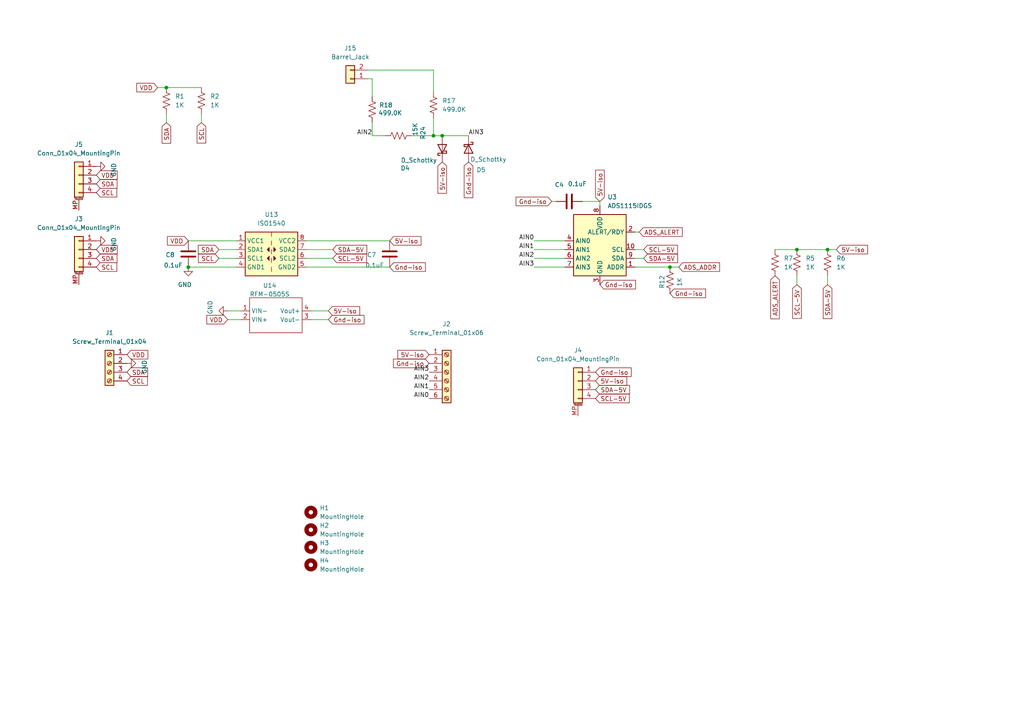
<source format=kicad_sch>
(kicad_sch (version 20250114) (generator "eeschema") (generator_version "9.0")
  (paper "A4")
  (lib_symbols
    (symbol "Analog_ADC:ADS1115IDGS"
      (property "Reference" "U" (at 2.54 13.97 0))
      (property "Value" "ADS1115IDGS" (at 7.62 11.43 0))
      (symbol "ADS1115IDGS_0_1"
        (rectangle (start -7.62 10.16) (end 7.62 -7.62) (stroke (width 0.254)) (fill (type background)))
      )
      (symbol "ADS1115IDGS_1_1"
        (pin input line (at -10.16 2.54 0) (length 2.54) (name "AIN0") (number "4"))
        (pin input line (at -10.16 0 0) (length 2.54) (name "AIN1") (number "5"))
        (pin input line (at -10.16 -2.54 0) (length 2.54) (name "AIN2") (number "6"))
        (pin input line (at -10.16 -5.08 0) (length 2.54) (name "AIN3") (number "7"))
        (pin power_in line (at 0 12.7 270) (length 2.54) (name "VDD") (number "8"))
        (pin power_in line (at 0 -10.16 90) (length 2.54) (name "GND") (number "3"))
        (pin output line (at 10.16 5.08 180) (length 2.54) (name "ALERT/RDY") (number "2"))
        (pin input line (at 10.16 0 180) (length 2.54) (name "SCL") (number "10"))
        (pin bidirectional line (at 10.16 -2.54 180) (length 2.54) (name "SDA") (number "9"))
        (pin input line (at 10.16 -5.08 180) (length 2.54) (name "ADDR") (number "1"))
      )
    )
    (symbol "Connector:Screw_Terminal_01x04" (pin_names (offset 1.016) (hide yes))
      (property "Reference" "J" (at 0 5.08 0))
      (property "Value" "Screw_Terminal_01x04" (at 0 -7.62 0))
      (symbol "Screw_Terminal_01x04_1_1"
        (rectangle (start -1.27 3.81) (end 1.27 -6.35) (stroke (width 0.254)) (fill (type background)))
        (polyline (pts (xy -0.5334 2.8702) (xy 0.3302 2.032)) (stroke (width 0.1524)))
        (polyline (pts (xy -0.5334 0.3302) (xy 0.3302 -0.508)) (stroke (width 0.1524)))
        (polyline (pts (xy -0.5334 -2.2098) (xy 0.3302 -3.048)) (stroke (width 0.1524)))
        (polyline (pts (xy -0.5334 -4.7498) (xy 0.3302 -5.588)) (stroke (width 0.1524)))
        (polyline (pts (xy -0.3556 3.048) (xy 0.508 2.2098)) (stroke (width 0.1524)))
        (polyline (pts (xy -0.3556 0.508) (xy 0.508 -0.3302)) (stroke (width 0.1524)))
        (polyline (pts (xy -0.3556 -2.032) (xy 0.508 -2.8702)) (stroke (width 0.1524)))
        (polyline (pts (xy -0.3556 -4.572) (xy 0.508 -5.4102)) (stroke (width 0.1524)))
        (circle (center 0 2.54) (radius 0.635) (stroke (width 0.1524)))
        (circle (center 0 0) (radius 0.635) (stroke (width 0.1524)))
        (circle (center 0 -2.54) (radius 0.635) (stroke (width 0.1524)))
        (circle (center 0 -5.08) (radius 0.635) (stroke (width 0.1524)))
        (pin passive line (at -5.08 2.54 0) (length 3.81) (name "Pin_1") (number "1"))
        (pin passive line (at -5.08 0 0) (length 3.81) (name "Pin_2") (number "2"))
        (pin passive line (at -5.08 -2.54 0) (length 3.81) (name "Pin_3") (number "3"))
        (pin passive line (at -5.08 -5.08 0) (length 3.81) (name "Pin_4") (number "4"))
      )
    )
    (symbol "Connector:Screw_Terminal_01x06" (pin_names (offset 1.016) (hide yes))
      (property "Reference" "J" (at 0 7.62 0))
      (property "Value" "Screw_Terminal_01x06" (at 0 -10.16 0))
      (symbol "Screw_Terminal_01x06_1_1"
        (rectangle (start -1.27 6.35) (end 1.27 -8.89) (stroke (width 0.254)) (fill (type background)))
        (polyline (pts (xy -0.5334 5.4102) (xy 0.3302 4.572)) (stroke (width 0.1524)))
        (polyline (pts (xy -0.5334 2.8702) (xy 0.3302 2.032)) (stroke (width 0.1524)))
        (polyline (pts (xy -0.5334 0.3302) (xy 0.3302 -0.508)) (stroke (width 0.1524)))
        (polyline (pts (xy -0.5334 -2.2098) (xy 0.3302 -3.048)) (stroke (width 0.1524)))
        (polyline (pts (xy -0.5334 -4.7498) (xy 0.3302 -5.588)) (stroke (width 0.1524)))
        (polyline (pts (xy -0.5334 -7.2898) (xy 0.3302 -8.128)) (stroke (width 0.1524)))
        (polyline (pts (xy -0.3556 5.588) (xy 0.508 4.7498)) (stroke (width 0.1524)))
        (polyline (pts (xy -0.3556 3.048) (xy 0.508 2.2098)) (stroke (width 0.1524)))
        (polyline (pts (xy -0.3556 0.508) (xy 0.508 -0.3302)) (stroke (width 0.1524)))
        (polyline (pts (xy -0.3556 -2.032) (xy 0.508 -2.8702)) (stroke (width 0.1524)))
        (polyline (pts (xy -0.3556 -4.572) (xy 0.508 -5.4102)) (stroke (width 0.1524)))
        (polyline (pts (xy -0.3556 -7.112) (xy 0.508 -7.9502)) (stroke (width 0.1524)))
        (circle (center 0 5.08) (radius 0.635) (stroke (width 0.1524)))
        (circle (center 0 2.54) (radius 0.635) (stroke (width 0.1524)))
        (circle (center 0 0) (radius 0.635) (stroke (width 0.1524)))
        (circle (center 0 -2.54) (radius 0.635) (stroke (width 0.1524)))
        (circle (center 0 -5.08) (radius 0.635) (stroke (width 0.1524)))
        (circle (center 0 -7.62) (radius 0.635) (stroke (width 0.1524)))
        (pin passive line (at -5.08 5.08 0) (length 3.81) (name "Pin_1") (number "1"))
        (pin passive line (at -5.08 2.54 0) (length 3.81) (name "Pin_2") (number "2"))
        (pin passive line (at -5.08 0 0) (length 3.81) (name "Pin_3") (number "3"))
        (pin passive line (at -5.08 -2.54 0) (length 3.81) (name "Pin_4") (number "4"))
        (pin passive line (at -5.08 -5.08 0) (length 3.81) (name "Pin_5") (number "5"))
        (pin passive line (at -5.08 -7.62 0) (length 3.81) (name "Pin_6") (number "6"))
      )
    )
    (symbol "Connector_Generic:Conn_01x02" (pin_names (offset 1.016) (hide yes))
      (property "Reference" "J" (at 0 2.54 0))
      (property "Value" "Conn_01x02" (at 0 -5.08 0))
      (symbol "Conn_01x02_1_1"
        (rectangle (start -1.27 1.27) (end 1.27 -3.81) (stroke (width 0.254)) (fill (type background)))
        (rectangle (start -1.27 0.127) (end 0 -0.127) (stroke (width 0.1524)))
        (rectangle (start -1.27 -2.413) (end 0 -2.667) (stroke (width 0.1524)))
        (pin passive line (at -5.08 0 0) (length 3.81) (name "Pin_1") (number "1"))
        (pin passive line (at -5.08 -2.54 0) (length 3.81) (name "Pin_2") (number "2"))
      )
    )
    (symbol "Connector_Generic_MountingPin:Conn_01x04_MountingPin" (pin_names (offset 1.016) (hide yes))
      (property "Reference" "J" (at 0 5.08 0))
      (property "Value" "Conn_01x04_MountingPin" (at 1.27 -7.62 0))
      (symbol "Conn_01x04_MountingPin_1_1"
        (rectangle (start -1.27 3.81) (end 1.27 -6.35) (stroke (width 0.254)) (fill (type background)))
        (rectangle (start -1.27 2.667) (end 0 2.413) (stroke (width 0.1524)))
        (rectangle (start -1.27 0.127) (end 0 -0.127) (stroke (width 0.1524)))
        (rectangle (start -1.27 -2.413) (end 0 -2.667) (stroke (width 0.1524)))
        (rectangle (start -1.27 -4.953) (end 0 -5.207) (stroke (width 0.1524)))
        (polyline (pts (xy -1.016 -7.112) (xy 1.016 -7.112)) (stroke (width 0.1524)))
        (text "Mounting" (at 0 -6.731 0) (effects (font (size 0.381 0.381))))
        (pin passive line (at -5.08 2.54 0) (length 3.81) (name "Pin_1") (number "1"))
        (pin passive line (at -5.08 0 0) (length 3.81) (name "Pin_2") (number "2"))
        (pin passive line (at -5.08 -2.54 0) (length 3.81) (name "Pin_3") (number "3"))
        (pin passive line (at -5.08 -5.08 0) (length 3.81) (name "Pin_4") (number "4"))
        (pin passive line (at 0 -10.16 90) (length 3.048) (name "MountPin") (number "MP"))
      )
    )
    (symbol "CustomAdded:RFM_0505"
      (property "Reference" "U" (at 0 0 0))
      (property "Value" "RFM-0505S" (at 0 0 0))
      (symbol "RFM_0505_0_1"
        (rectangle (start 1.27 -1.27) (end 16.51 -11.43))
      )
      (symbol "RFM_0505_1_1"
        (pin power_in line (at -1.27 -5.08 0) (length 2.54) (name "VIN-") (number "1"))
        (pin power_in line (at -1.27 -7.62 0) (length 2.54) (name "VIN+") (number "2"))
        (pin power_out line (at 19.05 -5.08 180) (length 2.54) (name "Vout+") (number "4"))
        (pin power_out line (at 19.05 -7.62 180) (length 2.54) (name "Vout-") (number "3"))
      )
    )
    (symbol "Device:C" (pin_numbers (hide yes)) (pin_names (offset 0.254))
      (property "Reference" "C" (at 0.635 2.54 0))
      (property "Value" "C" (at 0.635 -2.54 0))
      (symbol "C_0_1"
        (polyline (pts (xy -2.032 0.762) (xy 2.032 0.762)) (stroke (width 0.508)))
        (polyline (pts (xy -2.032 -0.762) (xy 2.032 -0.762)) (stroke (width 0.508)))
      )
      (symbol "C_1_1"
        (pin passive line (at 0 3.81 270) (length 2.794) (name "~") (number "1"))
        (pin passive line (at 0 -3.81 90) (length 2.794) (name "~") (number "2"))
      )
    )
    (symbol "Device:D_Schottky" (pin_numbers (hide yes)) (pin_names (offset 1.016) (hide yes))
      (property "Reference" "D" (at 0 2.54 0))
      (property "Value" "D_Schottky" (at 0 -2.54 0))
      (symbol "D_Schottky_0_1"
        (polyline (pts (xy -1.905 0.635) (xy -1.905 1.27) (xy -1.27 1.27) (xy -1.27 -1.27) (xy -0.635 -1.27) (xy -0.635 -0.635)) (stroke (width 0.254)))
        (polyline (pts (xy 1.27 1.27) (xy 1.27 -1.27) (xy -1.27 0) (xy 1.27 1.27)) (stroke (width 0.254)))
        (polyline (pts (xy 1.27 0) (xy -1.27 0)))
      )
      (symbol "D_Schottky_1_1"
        (pin passive line (at -3.81 0 0) (length 2.54) (name "K") (number "1"))
        (pin passive line (at 3.81 0 180) (length 2.54) (name "A") (number "2"))
      )
    )
    (symbol "Device:R_US" (pin_numbers (hide yes)) (pin_names (offset 0))
      (property "Reference" "R" (at 2.54 0 90))
      (property "Value" "R_US" (at -2.54 0 90))
      (symbol "R_US_0_1"
        (polyline (pts (xy 0 2.286) (xy 0 2.54)))
        (polyline (pts (xy 0 2.286) (xy 1.016 1.905) (xy 0 1.524) (xy -1.016 1.143) (xy 0 0.762)))
        (polyline (pts (xy 0 0.762) (xy 1.016 0.381) (xy 0 0) (xy -1.016 -0.381) (xy 0 -0.762)))
        (polyline (pts (xy 0 -0.762) (xy 1.016 -1.143) (xy 0 -1.524) (xy -1.016 -1.905) (xy 0 -2.286)))
        (polyline (pts (xy 0 -2.286) (xy 0 -2.54)))
      )
      (symbol "R_US_1_1"
        (pin passive line (at 0 3.81 270) (length 1.27) (name "~") (number "1"))
        (pin passive line (at 0 -3.81 90) (length 1.27) (name "~") (number "2"))
      )
    )
    (symbol "Isolator:ISO1540"
      (property "Reference" "U" (at -6.35 6.35 0))
      (property "Value" "ISO1540" (at 3.81 6.35 0))
      (symbol "ISO1540_0_1"
        (rectangle (start -7.62 5.08) (end 7.62 -7.62) (stroke (width 0.254)) (fill (type background)))
        (polyline (pts (xy -0.635 0.635) (xy -1.27 0) (xy -0.635 -0.635) (xy -0.635 0.635)) (fill (type outline)))
        (polyline (pts (xy 0 5.08) (xy 0 3.81)))
        (polyline (pts (xy 0 2.54) (xy 0 1.27)))
        (polyline (pts (xy 0 0) (xy 0 -1.27)))
        (polyline (pts (xy 0 -2.54) (xy 0 -3.81)))
        (rectangle (start 0 -5.08) (end 0 -6.35))
        (polyline (pts (xy 0.635 0.635) (xy 1.27 0) (xy 0.635 -0.635) (xy 0.635 0.635)) (fill (type outline)))
        (polyline (pts (xy 0.635 -1.905) (xy 1.27 -2.54) (xy 0.635 -3.175) (xy 0.635 -1.905)) (fill (type outline)))
      )
      (symbol "ISO1540_1_1"
        (polyline (pts (xy -0.635 -1.905) (xy -1.27 -2.54) (xy -0.635 -3.175) (xy -0.635 -1.905)) (fill (type outline)))
        (pin power_in line (at -10.16 2.54 0) (length 2.54) (name "VCC1") (number "1"))
        (pin bidirectional line (at -10.16 0 0) (length 2.54) (name "SDA1") (number "2"))
        (pin bidirectional line (at -10.16 -2.54 0) (length 2.54) (name "SCL1") (number "3"))
        (pin power_in line (at -10.16 -5.08 0) (length 2.54) (name "GND1") (number "4"))
        (pin power_in line (at 10.16 2.54 180) (length 2.54) (name "VCC2") (number "8"))
        (pin bidirectional line (at 10.16 0 180) (length 2.54) (name "SDA2") (number "7"))
        (pin bidirectional line (at 10.16 -2.54 180) (length 2.54) (name "SCL2") (number "6"))
        (pin power_in line (at 10.16 -5.08 180) (length 2.54) (name "GND2") (number "5"))
      )
    )
    (symbol "Mechanical:MountingHole" (pin_names (offset 1.016)) (in_bom no)
      (property "Reference" "H" (at 0 5.08 0))
      (property "Value" "MountingHole" (at 0 3.175 0))
      (symbol "MountingHole_0_1"
        (circle (center 0 0) (radius 1.27) (stroke (width 1.27)))
      )
    )
    (symbol "power:GND" (power) (pin_names (offset 0))
      (property "Value" "GND" (at 0 -3.81 0))
      (symbol "GND_0_1"
        (polyline (pts (xy 0 0) (xy 0 -1.27) (xy 1.27 -1.27) (xy 0 -2.54) (xy -1.27 -1.27) (xy 0 -1.27)))
      )
      (symbol "GND_1_1"
        (pin power_in line (at 0 0 270) (length 0) (hide yes) (name "GND") (number "1"))
      )
    )
  )
  (junction (at 194.31 77.47))
  (junction (at 54.61 77.47))
  (junction (at 231.14 72.39))
  (junction (at 240.03 72.39))
  (junction (at 128.27 39.37))
  (junction (at 48.26 25.4))
  (junction (at 125.73 39.37))
  (wire (pts (xy 125.73 39.37) (xy 128.27 39.37)))
  (wire (pts (xy 63.5 74.93) (xy 68.58 74.93)))
  (wire (pts (xy 154.94 69.85) (xy 163.83 69.85)))
  (wire (pts (xy 106.68 20.32) (xy 125.73 20.32)))
  (wire (pts (xy 48.26 25.4) (xy 45.72 25.4)))
  (wire (pts (xy 107.95 35.56) (xy 107.95 39.37)))
  (wire (pts (xy 128.27 39.37) (xy 135.89 39.37)))
  (wire (pts (xy 240.03 72.39) (xy 242.57 72.39)))
  (wire (pts (xy 154.94 77.47) (xy 163.83 77.47)))
  (wire (pts (xy 63.5 72.39) (xy 68.58 72.39)))
  (wire (pts (xy 240.03 82.55) (xy 240.03 80.01)))
  (wire (pts (xy 66.04 92.71) (xy 69.85 92.71)))
  (wire (pts (xy 88.9 72.39) (xy 96.52 72.39)))
  (wire (pts (xy 88.9 77.47) (xy 113.03 77.47)))
  (wire (pts (xy 54.61 77.47) (xy 68.58 77.47)))
  (wire (pts (xy 173.99 58.42) (xy 168.91 58.42)))
  (wire (pts (xy 185.42 67.31) (xy 184.15 67.31)))
  (wire (pts (xy 88.9 69.85) (xy 113.03 69.85)))
  (wire (pts (xy 154.94 74.93) (xy 163.83 74.93)))
  (wire (pts (xy 196.85 77.47) (xy 194.31 77.47)))
  (wire (pts (xy 173.99 58.42) (xy 173.99 59.69)))
  (wire (pts (xy 125.73 39.37) (xy 125.73 34.29)))
  (wire (pts (xy 125.73 20.32) (xy 125.73 26.67)))
  (wire (pts (xy 58.42 33.02) (xy 58.42 35.56)))
  (wire (pts (xy 184.15 74.93) (xy 186.69 74.93)))
  (wire (pts (xy 224.79 72.39) (xy 231.14 72.39)))
  (wire (pts (xy 184.15 72.39) (xy 186.69 72.39)))
  (wire (pts (xy 66.04 90.17) (xy 69.85 90.17)))
  (wire (pts (xy 231.14 82.55) (xy 231.14 80.01)))
  (wire (pts (xy 88.9 74.93) (xy 96.52 74.93)))
  (wire (pts (xy 119.38 39.37) (xy 125.73 39.37)))
  (wire (pts (xy 48.26 35.56) (xy 48.26 33.02)))
  (wire (pts (xy 231.14 72.39) (xy 240.03 72.39)))
  (wire (pts (xy 107.95 22.86) (xy 106.68 22.86)))
  (wire (pts (xy 161.29 58.42) (xy 160.02 58.42)))
  (wire (pts (xy 90.17 92.71) (xy 95.25 92.71)))
  (wire (pts (xy 107.95 39.37) (xy 111.76 39.37)))
  (wire (pts (xy 54.61 69.85) (xy 68.58 69.85)))
  (wire (pts (xy 154.94 72.39) (xy 163.83 72.39)))
  (wire (pts (xy 184.15 77.47) (xy 194.31 77.47)))
  (wire (pts (xy 48.26 25.4) (xy 58.42 25.4)))
  (wire (pts (xy 107.95 27.94) (xy 107.95 22.86)))
  (wire (pts (xy 90.17 90.17) (xy 95.25 90.17)))
  (label "AIN2" (at 107.95 39.37 180))
  (label "AIN3" (at 154.94 77.47 180))
  (label "AIN0" (at 124.46 115.57 180))
  (label "AIN1" (at 124.46 113.03 180))
  (label "AIN0" (at 154.94 69.85 180))
  (label "AIN3" (at 124.46 107.95 180))
  (label "AIN2" (at 154.94 74.93 180))
  (label "AIN2" (at 124.46 110.49 180))
  (label "AIN1" (at 154.94 72.39 180))
  (label "AIN3" (at 135.89 39.37 0))
  (global_label "SCL" (shape input) (at 27.94 55.88 0) (property "Intersheetrefs" "${INTERSHEET_REFS}" (effects (hide yes))))
  (global_label "SCL" (shape input) (at 63.5 74.93 180) (property "Intersheetrefs" "${INTERSHEET_REFS}" (effects (hide yes))))
  (global_label "5V-iso" (shape input) (at 128.27 46.99 270) (property "Intersheetrefs" "${INTERSHEET_REFS}" (effects (hide yes))))
  (global_label "SCL" (shape input) (at 36.83 110.49 0) (property "Intersheetrefs" "${INTERSHEET_REFS}" (effects (hide yes))))
  (global_label "VDD" (shape input) (at 54.61 69.85 180) (property "Intersheetrefs" "${INTERSHEET_REFS}" (effects (hide yes))))
  (global_label "ADS_ADDR" (shape input) (at 196.85 77.47 0) (property "Intersheetrefs" "${INTERSHEET_REFS}" (effects (hide yes))))
  (global_label "SCL-5V" (shape input) (at 96.52 74.93 0) (property "Intersheetrefs" "${INTERSHEET_REFS}" (effects (hide yes))))
  (global_label "VDD" (shape input) (at 66.04 92.71 180) (property "Intersheetrefs" "${INTERSHEET_REFS}" (effects (hide yes))))
  (global_label "VDD" (shape input) (at 45.72 25.4 180) (property "Intersheetrefs" "${INTERSHEET_REFS}" (effects (hide yes))))
  (global_label "5V-iso" (shape input) (at 113.03 69.85 0) (property "Intersheetrefs" "${INTERSHEET_REFS}" (effects (hide yes))))
  (global_label "VDD" (shape input) (at 27.94 50.8 0) (property "Intersheetrefs" "${INTERSHEET_REFS}" (effects (hide yes))))
  (global_label "SDA-5V" (shape input) (at 240.03 82.55 270) (property "Intersheetrefs" "${INTERSHEET_REFS}" (effects (hide yes))))
  (global_label "SDA" (shape input) (at 27.94 74.93 0) (property "Intersheetrefs" "${INTERSHEET_REFS}" (effects (hide yes))))
  (global_label "Gnd-iso" (shape input) (at 135.89 46.99 270) (property "Intersheetrefs" "${INTERSHEET_REFS}" (effects (hide yes))))
  (global_label "Gnd-iso" (shape input) (at 124.46 105.41 180) (property "Intersheetrefs" "${INTERSHEET_REFS}" (effects (hide yes))))
  (global_label "Gnd-iso" (shape input) (at 173.99 82.55 0) (property "Intersheetrefs" "${INTERSHEET_REFS}" (effects (hide yes))))
  (global_label "Gnd-iso" (shape input) (at 160.02 58.42 180) (property "Intersheetrefs" "${INTERSHEET_REFS}" (effects (hide yes))))
  (global_label "Gnd-iso" (shape input) (at 172.72 107.95 0) (property "Intersheetrefs" "${INTERSHEET_REFS}" (effects (hide yes))))
  (global_label "5V-iso" (shape input) (at 242.57 72.39 0) (property "Intersheetrefs" "${INTERSHEET_REFS}" (effects (hide yes))))
  (global_label "5V-iso" (shape input) (at 124.46 102.87 180) (property "Intersheetrefs" "${INTERSHEET_REFS}" (effects (hide yes))))
  (global_label "SDA" (shape input) (at 36.83 107.95 0) (property "Intersheetrefs" "${INTERSHEET_REFS}" (effects (hide yes))))
  (global_label "SDA-5V" (shape input) (at 96.52 72.39 0) (property "Intersheetrefs" "${INTERSHEET_REFS}" (effects (hide yes))))
  (global_label "SCL-5V" (shape input) (at 231.14 82.55 270) (property "Intersheetrefs" "${INTERSHEET_REFS}" (effects (hide yes))))
  (global_label "SCL-5V" (shape input) (at 172.72 115.57 0) (property "Intersheetrefs" "${INTERSHEET_REFS}" (effects (hide yes))))
  (global_label "VDD" (shape input) (at 36.83 102.87 0) (property "Intersheetrefs" "${INTERSHEET_REFS}" (effects (hide yes))))
  (global_label "SCL" (shape input) (at 58.42 35.56 270) (property "Intersheetrefs" "${INTERSHEET_REFS}" (effects (hide yes))))
  (global_label "VDD" (shape input) (at 27.94 72.39 0) (property "Intersheetrefs" "${INTERSHEET_REFS}" (effects (hide yes))))
  (global_label "Gnd-iso" (shape input) (at 194.31 85.09 0) (property "Intersheetrefs" "${INTERSHEET_REFS}" (effects (hide yes))))
  (global_label "Gnd-iso" (shape input) (at 95.25 92.71 0) (property "Intersheetrefs" "${INTERSHEET_REFS}" (effects (hide yes))))
  (global_label "SDA-5V" (shape input) (at 186.69 74.93 0) (property "Intersheetrefs" "${INTERSHEET_REFS}" (effects (hide yes))))
  (global_label "Gnd-iso" (shape input) (at 113.03 77.47 0) (property "Intersheetrefs" "${INTERSHEET_REFS}" (effects (hide yes))))
  (global_label "5V-iso" (shape input) (at 95.25 90.17 0) (property "Intersheetrefs" "${INTERSHEET_REFS}" (effects (hide yes))))
  (global_label "5V-iso" (shape input) (at 173.99 58.42 90) (property "Intersheetrefs" "${INTERSHEET_REFS}" (effects (hide yes))))
  (global_label "SDA-5V" (shape input) (at 172.72 113.03 0) (property "Intersheetrefs" "${INTERSHEET_REFS}" (effects (hide yes))))
  (global_label "SCL" (shape input) (at 27.94 77.47 0) (property "Intersheetrefs" "${INTERSHEET_REFS}" (effects (hide yes))))
  (global_label "SDA" (shape input) (at 48.26 35.56 270) (property "Intersheetrefs" "${INTERSHEET_REFS}" (effects (hide yes))))
  (global_label "SDA" (shape input) (at 63.5 72.39 180) (property "Intersheetrefs" "${INTERSHEET_REFS}" (effects (hide yes))))
  (global_label "ADS_ALERT" (shape input) (at 224.79 80.01 270) (property "Intersheetrefs" "${INTERSHEET_REFS}" (effects (hide yes))))
  (global_label "ADS_ALERT" (shape input) (at 185.42 67.31 0) (property "Intersheetrefs" "${INTERSHEET_REFS}" (effects (hide yes))))
  (global_label "5V-iso" (shape input) (at 172.72 110.49 0) (property "Intersheetrefs" "${INTERSHEET_REFS}" (effects (hide yes))))
  (global_label "SCL-5V" (shape input) (at 186.69 72.39 0) (property "Intersheetrefs" "${INTERSHEET_REFS}" (effects (hide yes))))
  (global_label "SDA" (shape input) (at 27.94 53.34 0) (property "Intersheetrefs" "${INTERSHEET_REFS}" (effects (hide yes))))
  (symbol (lib_id "Connector:Screw_Terminal_01x04") (at 31.75 105.41 0) (mirror y) (unit 1)
    (property "Reference" "J1" (at 31.75 96.52 0))
    (property "Value" "Screw_Terminal_01x04" (at 31.75 99.06 0))
    (property "Footprint" "Connector_PinHeader_2.54mm:PinHeader_1x04_P2.54mm_Vertical" (effects (hide yes)))
    (property "Description" "Generic screw terminal, single row, 01x04, script generated (kicad-library-utils/schlib/autogen/connector/)" (effects (hide yes)))
  )
  (symbol (lib_id "CustomAdded:RFM_0505") (at 71.12 85.09 0) (unit 1)
    (property "Reference" "U14" (at 78.232 82.804 0))
    (property "Value" "RFM-0505S" (at 78.232 85.344 0))
    (property "Footprint" "Library:XP SCT01F03S05" (effects (hide yes)))
    (property "Datasheet" "https://www.xppower.com/storage/portals/0/pdfs/SF_SCT01F.pdf" (effects (hide yes)))
    (property "Cost (10+)" "2.51" (effects (hide yes)))
    (property "DigiKey Link" "https://www.digikey.com/en/products/detail/xp-power/SCT01F03S05/26667143" (effects (hide yes)))
  )
  (symbol (lib_id "Analog_ADC:ADS1115IDGS") (at 173.99 72.39 0) (unit 1)
    (property "Reference" "U3" (at 176.1841 57.15 0) (effects (justify left)))
    (property "Value" "ADS1115IDGS" (at 176.1841 59.69 0) (effects (justify left)))
    (property "Footprint" "Package_SO:TSSOP-10_3x3mm_P0.5mm" (effects (hide yes)))
    (property "Datasheet" "http://www.ti.com/lit/ds/symlink/ads1113.pdf" (effects (hide yes)))
    (property "Description" "Ultra-Small, Low-Power, I2C-Compatible, 860-SPS, 16-Bit ADCs With Internal Reference, Oscillator, and Programmable Comparator, VSSOP-10" (effects (hide yes)))
    (property "ValueTemp" "ADS1115IDGS" (effects (hide yes)))
    (property "Cost (10+)" "2.23" (effects (hide yes)))
    (property "DigiKey Link" "https://www.digikey.com/en/products/detail/texas-instruments/ADS1015IDGSR/2231559" (effects (hide yes)))
  )
  (symbol (lib_id "Connector_Generic_MountingPin:Conn_01x04_MountingPin") (at 167.64 110.49 0) (mirror y) (unit 1)
    (property "Reference" "J4" (at 167.64 101.6 0))
    (property "Value" "Conn_01x04_MountingPin" (at 167.64 104.14 0))
    (property "Footprint" "Connector_JST:JST_SH_SM04B-SRSS-TB_1x04-1MP_P1.00mm_Horizontal" (effects (hide yes)))
    (property "Description" "Generic connectable mounting pin connector, single row, 01x04, script generated (kicad-library-utils/schlib/autogen/connector/)" (effects (hide yes)))
    (property "Cost (10+)" "0.42" (effects (hide yes)))
    (property "DigiKey Link" "https://www.digikey.com/en/products/detail/jst-sales-america-inc/SM04B-SRSS-TB/926710" (effects (hide yes)))
  )
  (symbol (lib_id "Device:R_US") (at 240.03 76.2 0) (unit 1)
    (property "Reference" "R6" (at 242.57 74.9299 0) (effects (justify left)))
    (property "Value" "1K" (at 242.57 77.4699 0) (effects (justify left)))
    (property "Footprint" "Resistor_SMD:R_0805_2012Metric_Pad1.20x1.40mm_HandSolder" (effects (hide yes)))
    (property "Description" "Resistor, US symbol" (effects (hide yes)))
    (property "Cost (10+)" "0.03" (effects (hide yes)))
    (property "DigiKey Link" "https://www.digikey.com/en/products/detail/susumu/RR1220P-102-D/432291" (effects (hide yes)))
  )
  (symbol (lib_id "Device:R_US") (at 125.73 30.48 0) (unit 1)
    (property "Reference" "R17" (at 128.27 29.2099 0) (effects (justify left)))
    (property "Value" "499.0K" (at 128.27 31.7499 0) (effects (justify left)))
    (property "Footprint" "Resistor_SMD:R_0805_2012Metric_Pad1.20x1.40mm_HandSolder" (effects (hide yes)))
    (property "Description" "Resistor, US symbol" (effects (hide yes)))
    (property "ValueTemp" "75K" (effects (hide yes)))
    (property "Function" "V Signal Divider" (effects (hide yes)))
    (property "Cost (10+)" "0.08" (effects (hide yes)))
    (property "DigiKey Link" "https://www.digikey.com/en/products/detail/susumu/RG2012P-4993-B-T5/1240783" (effects (hide yes)))
  )
  (symbol (lib_id "Device:R_US") (at 58.42 29.21 0) (unit 1)
    (property "Reference" "R2" (at 60.96 27.9399 0) (effects (justify left)))
    (property "Value" "1K" (at 60.96 30.4799 0) (effects (justify left)))
    (property "Footprint" "Resistor_SMD:R_0805_2012Metric_Pad1.20x1.40mm_HandSolder" (effects (hide yes)))
    (property "Description" "Resistor, US symbol" (effects (hide yes)))
    (property "Cost (10+)" "0.03" (effects (hide yes)))
    (property "DigiKey Link" "https://www.digikey.com/en/products/detail/susumu/RR1220P-102-D/432291" (effects (hide yes)))
  )
  (symbol (lib_id "Device:D_Schottky") (at 135.89 43.18 270) (unit 1)
    (property "Reference" "D5" (at 138.176 49.276 90) (effects (justify left)))
    (property "Value" "D_Schottky" (at 136.398 46.228 90) (effects (justify left)))
    (property "Footprint" "Diode_SMD:D_SOD-123" (effects (hide yes)))
    (property "Description" "Schottky diode" (effects (hide yes)))
    (property "Function" "Overvoltage Proection" (effects (hide yes)))
    (property "Cost (10+)" "0.05" (effects (hide yes)))
    (property "DigiKey Link" "https://www.digikey.com/en/products/detail/onsemi/BAT54T1G/918319" (effects (hide yes)))
  )
  (symbol (lib_id "power:GND") (at 66.04 90.17 270) (unit 1)
    (property "Reference" "#PWR025" (effects (hide yes)))
    (property "Value" "GND" (at 60.96 89.154 0))
    (property "Description" "Power symbol creates a global label with name \"GND\" , ground" (effects (hide yes)))
  )
  (symbol (lib_id "power:GND") (at 27.94 48.26 90) (unit 1)
    (property "Reference" "#PWR04" (effects (hide yes)))
    (property "Value" "GND" (at 33.02 49.276 0))
    (property "Description" "Power symbol creates a global label with name \"GND\" , ground" (effects (hide yes)))
  )
  (symbol (lib_id "Connector_Generic_MountingPin:Conn_01x04_MountingPin") (at 22.86 72.39 0) (mirror y) (unit 1)
    (property "Reference" "J3" (at 22.86 63.5 0))
    (property "Value" "Conn_01x04_MountingPin" (at 22.86 66.04 0))
    (property "Footprint" "Connector_JST:JST_SH_SM04B-SRSS-TB_1x04-1MP_P1.00mm_Horizontal" (effects (hide yes)))
    (property "Description" "Generic connectable mounting pin connector, single row, 01x04, script generated (kicad-library-utils/schlib/autogen/connector/)" (effects (hide yes)))
    (property "Cost (10+)" "0.42" (effects (hide yes)))
    (property "DigiKey Link" "https://www.digikey.com/en/products/detail/jst-sales-america-inc/SM04B-SRSS-TB/926710" (effects (hide yes)))
  )
  (symbol (lib_id "Connector:Screw_Terminal_01x06") (at 129.54 107.95 0) (unit 1)
    (property "Reference" "J2" (at 129.54 93.98 0))
    (property "Value" "Screw_Terminal_01x06" (at 129.54 96.52 0))
    (property "Footprint" "Connector_PinHeader_2.54mm:PinHeader_1x06_P2.54mm_Vertical" (effects (hide yes)))
    (property "Description" "Generic screw terminal, single row, 01x06, script generated (kicad-library-utils/schlib/autogen/connector/)" (effects (hide yes)))
  )
  (symbol (lib_id "Device:R_US") (at 48.26 29.21 0) (unit 1)
    (property "Reference" "R1" (at 50.8 27.9399 0) (effects (justify left)))
    (property "Value" "1K" (at 50.8 30.4799 0) (effects (justify left)))
    (property "Footprint" "Resistor_SMD:R_0805_2012Metric_Pad1.20x1.40mm_HandSolder" (effects (hide yes)))
    (property "Description" "Resistor, US symbol" (effects (hide yes)))
    (property "Cost (10+)" "0.03" (effects (hide yes)))
    (property "DigiKey Link" "https://www.digikey.com/en/products/detail/susumu/RR1220P-102-D/432291" (effects (hide yes)))
  )
  (symbol (lib_id "Mechanical:MountingHole") (at 90.17 158.75 0) (unit 1) (in_bom no)
    (property "Reference" "H3" (at 92.71 157.4799 0) (effects (justify left)))
    (property "Value" "MountingHole" (at 92.71 160.0199 0) (effects (justify left)))
    (property "Footprint" "MountingHole:MountingHole_3.2mm_M3_DIN965_Pad_TopBottom" (effects (hide yes)))
    (property "Description" "Mounting Hole without connection" (effects (hide yes)))
  )
  (symbol (lib_id "Device:R_US") (at 194.31 81.28 0) (unit 1)
    (property "Reference" "R12" (at 192.024 81.788 90))
    (property "Value" "1K" (at 197.104 81.788 90))
    (property "Footprint" "Resistor_SMD:R_0805_2012Metric_Pad1.20x1.40mm_HandSolder" (effects (hide yes)))
    (property "Description" "Resistor, US symbol" (effects (hide yes)))
    (property "Function" "BJTCurrentLimit1" (effects (hide yes)))
    (property "Cost (10+)" "0.03" (effects (hide yes)))
    (property "DigiKey Link" "https://www.digikey.com/en/products/detail/susumu/RR1220P-102-D/432291" (effects (hide yes)))
  )
  (symbol (lib_id "Connector_Generic:Conn_01x02") (at 101.6 22.86 180) (unit 1)
    (property "Reference" "J15" (at 101.6 13.97 0))
    (property "Value" "Barrel_Jack" (at 101.6 16.51 0))
    (property "Footprint" "TerminalBlock_Phoenix:TerminalBlock_Phoenix_MKDS-3-2-5.08_1x02_P5.08mm_Horizontal" (effects (hide yes)))
    (property "Description" "Generic connector, single row, 01x02, script generated (kicad-library-utils/schlib/autogen/connector/)" (effects (hide yes)))
    (property "ValueTemp" "Barrel_Jack" (effects (hide yes)))
  )
  (symbol (lib_id "Mechanical:MountingHole") (at 90.17 163.83 0) (unit 1) (in_bom no)
    (property "Reference" "H4" (at 92.71 162.5599 0) (effects (justify left)))
    (property "Value" "MountingHole" (at 92.71 165.0999 0) (effects (justify left)))
    (property "Footprint" "MountingHole:MountingHole_3.2mm_M3_DIN965_Pad_TopBottom" (effects (hide yes)))
    (property "Description" "Mounting Hole without connection" (effects (hide yes)))
  )
  (symbol (lib_id "Isolator:ISO1540") (at 78.74 72.39 0) (unit 1)
    (property "Reference" "U13" (at 78.74 62.23 0))
    (property "Value" "ISO1540" (at 78.74 64.77 0))
    (property "Footprint" "Package_SO:SOIC-8_3.9x4.9mm_P1.27mm" (effects (hide yes)))
    (property "Datasheet" "http://www.ti.com/lit/ds/symlink/iso1541.pdf" (effects (hide yes)))
    (property "Description" "I2C Isolator, 2.5 kVrms, Bidirectional clock and data, SOIC-8" (effects (hide yes)))
    (property "Cost (10+)" "3.45" (effects (hide yes)))
    (property "DigiKey Link" "https://www.digikey.com/en/products/detail/texas-instruments/ISO1540DR/3587222" (effects (hide yes)))
  )
  (symbol (lib_id "Mechanical:MountingHole") (at 90.17 148.59 0) (unit 1) (in_bom no)
    (property "Reference" "H1" (at 92.71 147.3199 0) (effects (justify left)))
    (property "Value" "MountingHole" (at 92.71 149.8599 0) (effects (justify left)))
    (property "Footprint" "MountingHole:MountingHole_3.2mm_M3_DIN965_Pad_TopBottom" (effects (hide yes)))
    (property "Description" "Mounting Hole without connection" (effects (hide yes)))
  )
  (symbol (lib_id "power:GND") (at 27.94 69.85 90) (unit 1)
    (property "Reference" "#PWR03" (effects (hide yes)))
    (property "Value" "GND" (at 33.02 70.866 0))
    (property "Description" "Power symbol creates a global label with name \"GND\" , ground" (effects (hide yes)))
  )
  (symbol (lib_id "power:GND") (at 54.61 77.47 0) (unit 1)
    (property "Reference" "#PWR026" (effects (hide yes)))
    (property "Value" "GND" (at 53.594 82.55 0))
    (property "Description" "Power symbol creates a global label with name \"GND\" , ground" (effects (hide yes)))
  )
  (symbol (lib_id "Device:D_Schottky") (at 128.27 43.18 90) (unit 1)
    (property "Reference" "D4" (at 118.872 48.768 90) (effects (justify left)))
    (property "Value" "D_Schottky" (at 126.746 46.482 90) (effects (justify left)))
    (property "Footprint" "Diode_SMD:D_SOD-123" (effects (hide yes)))
    (property "Description" "Schottky diode" (effects (hide yes)))
    (property "Function" "Overvoltage Proection" (effects (hide yes)))
    (property "Cost (10+)" "0.05" (effects (hide yes)))
    (property "DigiKey Link" "https://www.digikey.com/en/products/detail/onsemi/BAT54T1G/918319" (effects (hide yes)))
  )
  (symbol (lib_id "power:GND") (at 36.83 105.41 90) (unit 1)
    (property "Reference" "#PWR02" (effects (hide yes)))
    (property "Value" "GND" (at 41.91 106.426 0))
    (property "Description" "Power symbol creates a global label with name \"GND\" , ground" (effects (hide yes)))
  )
  (symbol (lib_id "Device:C") (at 165.1 58.42 90) (unit 1)
    (property "Reference" "C4" (at 163.576 53.594 90) (effects (justify left)))
    (property "Value" "0.1uF" (at 170.18 53.34 90) (effects (justify left)))
    (property "Footprint" "Capacitor_SMD:C_0805_2012Metric_Pad1.18x1.45mm_HandSolder" (effects (hide yes)))
    (property "Description" "Unpolarized capacitor" (effects (hide yes)))
    (property "Function" "ADS Vdd Input Filter" (effects (hide yes)))
    (property "Cost (10+)" "0.016" (effects (hide yes)))
    (property "DigiKey Link" "https://www.digikey.com/en/products/detail/kemet/C0805C104K5RACTU/411169" (effects (hide yes)))
  )
  (symbol (lib_id "Device:R_US") (at 115.57 39.37 270) (unit 1)
    (property "Reference" "R24" (at 122.682 36.576 0) (effects (justify left)))
    (property "Value" "15K" (at 120.396 35.56 0) (effects (justify left)))
    (property "Footprint" "Resistor_SMD:R_0805_2012Metric_Pad1.20x1.40mm_HandSolder" (effects (hide yes)))
    (property "Description" "Resistor, US symbol" (effects (hide yes)))
    (property "Function" "V REF Divider" (effects (hide yes)))
    (property "Cost (10+)" "0.06" (effects (hide yes)))
    (property "DigiKey Link" "https://www.digikey.com/en/products/detail/panasonic-electronic-components/ERA-6AEB753V/1465794" (effects (hide yes)))
  )
  (symbol (lib_id "Mechanical:MountingHole") (at 90.17 153.67 0) (unit 1) (in_bom no)
    (property "Reference" "H2" (at 92.71 152.3999 0) (effects (justify left)))
    (property "Value" "MountingHole" (at 92.71 154.9399 0) (effects (justify left)))
    (property "Footprint" "MountingHole:MountingHole_3.2mm_M3_DIN965_Pad_TopBottom" (effects (hide yes)))
    (property "Description" "Mounting Hole without connection" (effects (hide yes)))
  )
  (symbol (lib_id "Device:R_US") (at 224.79 76.2 0) (unit 1)
    (property "Reference" "R7" (at 227.33 74.9299 0) (effects (justify left)))
    (property "Value" "1K" (at 227.33 77.4699 0) (effects (justify left)))
    (property "Footprint" "Resistor_SMD:R_0805_2012Metric_Pad1.20x1.40mm_HandSolder" (effects (hide yes)))
    (property "Description" "Resistor, US symbol" (effects (hide yes)))
    (property "Cost (10+)" "0.03" (effects (hide yes)))
    (property "DigiKey Link" "https://www.digikey.com/en/products/detail/susumu/RR1220P-102-D/432291" (effects (hide yes)))
  )
  (symbol (lib_id "Device:R_US") (at 107.95 31.75 0) (unit 1)
    (property "Reference" "R18" (at 109.982 30.48 0) (effects (justify left)))
    (property "Value" "499.0K" (at 109.728 32.766 0) (effects (justify left)))
    (property "Footprint" "Resistor_SMD:R_0805_2012Metric_Pad1.20x1.40mm_HandSolder" (effects (hide yes)))
    (property "Description" "Resistor, US symbol" (effects (hide yes)))
    (property "Function" "V REF Divider" (effects (hide yes)))
    (property "Cost (10+)" "0.08" (effects (hide yes)))
    (property "DigiKey Link" "https://www.digikey.com/en/products/detail/susumu/RG2012P-4993-B-T5/1240783" (effects (hide yes)))
  )
  (symbol (lib_id "Device:R_US") (at 231.14 76.2 0) (unit 1)
    (property "Reference" "R5" (at 233.68 74.9299 0) (effects (justify left)))
    (property "Value" "1K" (at 233.68 77.4699 0) (effects (justify left)))
    (property "Footprint" "Resistor_SMD:R_0805_2012Metric_Pad1.20x1.40mm_HandSolder" (effects (hide yes)))
    (property "Description" "Resistor, US symbol" (effects (hide yes)))
    (property "Cost (10+)" "0.03" (effects (hide yes)))
    (property "DigiKey Link" "https://www.digikey.com/en/products/detail/susumu/RR1220P-102-D/432291" (effects (hide yes)))
  )
  (symbol (lib_id "Device:C") (at 54.61 73.66 0) (unit 1)
    (property "Reference" "C8" (at 48.006 73.914 0) (effects (justify left)))
    (property "Value" "0.1uF" (at 47.498 76.962 0) (effects (justify left)))
    (property "Footprint" "Capacitor_SMD:C_0805_2012Metric_Pad1.18x1.45mm_HandSolder" (effects (hide yes)))
    (property "Description" "Unpolarized capacitor" (effects (hide yes)))
    (property "ValueTemp" "2.2uF Unpolarized" (effects (hide yes)))
    (property "Function" "R Circuit Smoothing" (effects (hide yes)))
    (property "Cost (10+)" "0.016" (effects (hide yes)))
    (property "DigiKey Link" "https://www.digikey.com/en/products/detail/kemet/C0805C104K5RACTU/411169" (effects (hide yes)))
  )
  (symbol (lib_id "Connector_Generic_MountingPin:Conn_01x04_MountingPin") (at 22.86 50.8 0) (mirror y) (unit 1)
    (property "Reference" "J5" (at 22.86 41.91 0))
    (property "Value" "Conn_01x04_MountingPin" (at 22.86 44.45 0))
    (property "Footprint" "Connector_JST:JST_SH_SM04B-SRSS-TB_1x04-1MP_P1.00mm_Horizontal" (effects (hide yes)))
    (property "Description" "Generic connectable mounting pin connector, single row, 01x04, script generated (kicad-library-utils/schlib/autogen/connector/)" (effects (hide yes)))
    (property "Cost (10+)" "0.42" (effects (hide yes)))
    (property "DigiKey Link" "https://www.digikey.com/en/products/detail/jst-sales-america-inc/SM04B-SRSS-TB/926710" (effects (hide yes)))
  )
  (symbol (lib_id "Device:C") (at 113.03 73.66 0) (unit 1)
    (property "Reference" "C7" (at 106.426 73.914 0) (effects (justify left)))
    (property "Value" "0.1uF" (at 105.918 76.962 0) (effects (justify left)))
    (property "Footprint" "Capacitor_SMD:C_0805_2012Metric_Pad1.18x1.45mm_HandSolder" (effects (hide yes)))
    (property "Description" "Unpolarized capacitor" (effects (hide yes)))
    (property "ValueTemp" "2.2uF Unpolarized" (effects (hide yes)))
    (property "Function" "R Circuit Smoothing" (effects (hide yes)))
    (property "Cost (10+)" "0.016" (effects (hide yes)))
    (property "DigiKey Link" "https://www.digikey.com/en/products/detail/kemet/C0805C104K5RACTU/411169" (effects (hide yes)))
  )
)
</source>
